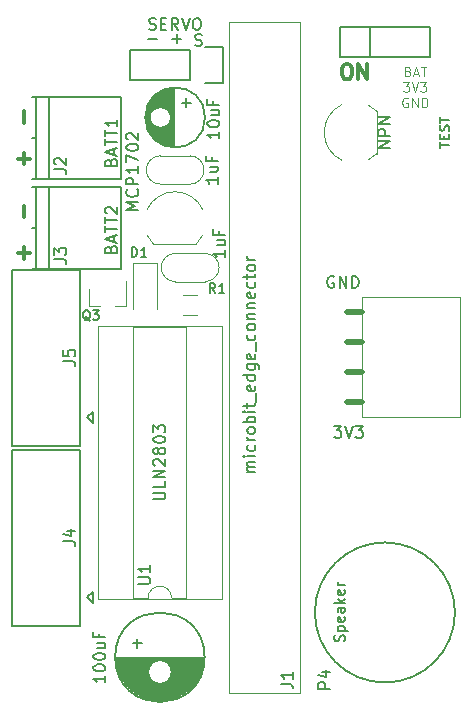
<source format=gto>
G04 #@! TF.FileFunction,Legend,Top*
%FSLAX46Y46*%
G04 Gerber Fmt 4.6, Leading zero omitted, Abs format (unit mm)*
G04 Created by KiCad (PCBNEW 4.0.7) date 09/15/19 19:40:42*
%MOMM*%
%LPD*%
G01*
G04 APERTURE LIST*
%ADD10C,0.100000*%
%ADD11C,0.200000*%
%ADD12C,0.150000*%
%ADD13C,0.300000*%
%ADD14C,0.500000*%
%ADD15C,0.120000*%
%ADD16C,0.127000*%
G04 APERTURE END LIST*
D10*
D11*
X149042381Y-116943095D02*
X148042381Y-116943095D01*
X148042381Y-116562142D01*
X148090000Y-116466904D01*
X148137619Y-116419285D01*
X148232857Y-116371666D01*
X148375714Y-116371666D01*
X148470952Y-116419285D01*
X148518571Y-116466904D01*
X148566190Y-116562142D01*
X148566190Y-116943095D01*
X148375714Y-115514523D02*
X149042381Y-115514523D01*
X147994762Y-115752619D02*
X148709048Y-115990714D01*
X148709048Y-115371666D01*
X149367857Y-94702381D02*
X149986905Y-94702381D01*
X149653571Y-95083333D01*
X149796429Y-95083333D01*
X149891667Y-95130952D01*
X149939286Y-95178571D01*
X149986905Y-95273810D01*
X149986905Y-95511905D01*
X149939286Y-95607143D01*
X149891667Y-95654762D01*
X149796429Y-95702381D01*
X149510714Y-95702381D01*
X149415476Y-95654762D01*
X149367857Y-95607143D01*
X150272619Y-94702381D02*
X150605952Y-95702381D01*
X150939286Y-94702381D01*
X151177381Y-94702381D02*
X151796429Y-94702381D01*
X151463095Y-95083333D01*
X151605953Y-95083333D01*
X151701191Y-95130952D01*
X151748810Y-95178571D01*
X151796429Y-95273810D01*
X151796429Y-95511905D01*
X151748810Y-95607143D01*
X151701191Y-95654762D01*
X151605953Y-95702381D01*
X151320238Y-95702381D01*
X151225000Y-95654762D01*
X151177381Y-95607143D01*
X149351905Y-82050000D02*
X149256667Y-82002381D01*
X149113810Y-82002381D01*
X148970952Y-82050000D01*
X148875714Y-82145238D01*
X148828095Y-82240476D01*
X148780476Y-82430952D01*
X148780476Y-82573810D01*
X148828095Y-82764286D01*
X148875714Y-82859524D01*
X148970952Y-82954762D01*
X149113810Y-83002381D01*
X149209048Y-83002381D01*
X149351905Y-82954762D01*
X149399524Y-82907143D01*
X149399524Y-82573810D01*
X149209048Y-82573810D01*
X149828095Y-83002381D02*
X149828095Y-82002381D01*
X150399524Y-83002381D01*
X150399524Y-82002381D01*
X150875714Y-83002381D02*
X150875714Y-82002381D01*
X151113809Y-82002381D01*
X151256667Y-82050000D01*
X151351905Y-82145238D01*
X151399524Y-82240476D01*
X151447143Y-82430952D01*
X151447143Y-82573810D01*
X151399524Y-82764286D01*
X151351905Y-82859524D01*
X151256667Y-82954762D01*
X151113809Y-83002381D01*
X150875714Y-83002381D01*
D10*
X155619524Y-64682857D02*
X155733810Y-64720952D01*
X155771905Y-64759048D01*
X155810000Y-64835238D01*
X155810000Y-64949524D01*
X155771905Y-65025714D01*
X155733810Y-65063810D01*
X155657619Y-65101905D01*
X155352857Y-65101905D01*
X155352857Y-64301905D01*
X155619524Y-64301905D01*
X155695714Y-64340000D01*
X155733810Y-64378095D01*
X155771905Y-64454286D01*
X155771905Y-64530476D01*
X155733810Y-64606667D01*
X155695714Y-64644762D01*
X155619524Y-64682857D01*
X155352857Y-64682857D01*
X156114762Y-64873333D02*
X156495714Y-64873333D01*
X156038571Y-65101905D02*
X156305238Y-64301905D01*
X156571905Y-65101905D01*
X156724285Y-64301905D02*
X157181428Y-64301905D01*
X156952857Y-65101905D02*
X156952857Y-64301905D01*
X155219524Y-65601905D02*
X155714762Y-65601905D01*
X155448095Y-65906667D01*
X155562381Y-65906667D01*
X155638571Y-65944762D01*
X155676667Y-65982857D01*
X155714762Y-66059048D01*
X155714762Y-66249524D01*
X155676667Y-66325714D01*
X155638571Y-66363810D01*
X155562381Y-66401905D01*
X155333809Y-66401905D01*
X155257619Y-66363810D01*
X155219524Y-66325714D01*
X155943333Y-65601905D02*
X156210000Y-66401905D01*
X156476667Y-65601905D01*
X156667143Y-65601905D02*
X157162381Y-65601905D01*
X156895714Y-65906667D01*
X157010000Y-65906667D01*
X157086190Y-65944762D01*
X157124286Y-65982857D01*
X157162381Y-66059048D01*
X157162381Y-66249524D01*
X157124286Y-66325714D01*
X157086190Y-66363810D01*
X157010000Y-66401905D01*
X156781428Y-66401905D01*
X156705238Y-66363810D01*
X156667143Y-66325714D01*
X155600477Y-66940000D02*
X155524286Y-66901905D01*
X155410001Y-66901905D01*
X155295715Y-66940000D01*
X155219524Y-67016190D01*
X155181429Y-67092381D01*
X155143334Y-67244762D01*
X155143334Y-67359048D01*
X155181429Y-67511429D01*
X155219524Y-67587619D01*
X155295715Y-67663810D01*
X155410001Y-67701905D01*
X155486191Y-67701905D01*
X155600477Y-67663810D01*
X155638572Y-67625714D01*
X155638572Y-67359048D01*
X155486191Y-67359048D01*
X155981429Y-67701905D02*
X155981429Y-66901905D01*
X156438572Y-67701905D01*
X156438572Y-66901905D01*
X156819524Y-67701905D02*
X156819524Y-66901905D01*
X157010000Y-66901905D01*
X157124286Y-66940000D01*
X157200477Y-67016190D01*
X157238572Y-67092381D01*
X157276667Y-67244762D01*
X157276667Y-67359048D01*
X157238572Y-67511429D01*
X157200477Y-67587619D01*
X157124286Y-67663810D01*
X157010000Y-67701905D01*
X156819524Y-67701905D01*
D12*
X132334048Y-113101429D02*
X133095953Y-113101429D01*
X132715001Y-113482381D02*
X132715001Y-112720476D01*
D11*
X138175714Y-61571238D02*
X138032857Y-61523619D01*
X137794761Y-61523619D01*
X137699523Y-61571238D01*
X137651904Y-61618857D01*
X137604285Y-61714095D01*
X137604285Y-61809333D01*
X137651904Y-61904571D01*
X137699523Y-61952190D01*
X137794761Y-61999810D01*
X137985238Y-62047429D01*
X138080476Y-62095048D01*
X138128095Y-62142667D01*
X138175714Y-62237905D01*
X138175714Y-62333143D01*
X138128095Y-62428381D01*
X138080476Y-62476000D01*
X137985238Y-62523619D01*
X137747142Y-62523619D01*
X137604285Y-62476000D01*
X136413809Y-61904571D02*
X135651904Y-61904571D01*
X136032856Y-61523619D02*
X136032856Y-62285524D01*
X134413809Y-61904571D02*
X133651904Y-61904571D01*
D13*
X123099286Y-68065953D02*
X123099286Y-69033572D01*
X123099286Y-71573572D02*
X123099286Y-72541191D01*
X122615476Y-72057381D02*
X123583095Y-72057381D01*
X123099286Y-76048810D02*
X123099286Y-77016429D01*
X123099286Y-79556429D02*
X123099286Y-80524048D01*
X122615476Y-80040238D02*
X123583095Y-80040238D01*
X150343810Y-64074524D02*
X150585714Y-64074524D01*
X150706667Y-64135000D01*
X150827619Y-64255952D01*
X150888095Y-64497857D01*
X150888095Y-64921190D01*
X150827619Y-65163095D01*
X150706667Y-65284048D01*
X150585714Y-65344524D01*
X150343810Y-65344524D01*
X150222857Y-65284048D01*
X150101905Y-65163095D01*
X150041429Y-64921190D01*
X150041429Y-64497857D01*
X150101905Y-64255952D01*
X150222857Y-64135000D01*
X150343810Y-64074524D01*
X151432381Y-65344524D02*
X151432381Y-64074524D01*
X152158095Y-65344524D01*
X152158095Y-64074524D01*
D14*
X151765000Y-92710000D02*
X150495000Y-92710000D01*
X151765000Y-90170000D02*
X150495000Y-90170000D01*
X151765000Y-87630000D02*
X150495000Y-87630000D01*
X150495000Y-85090000D02*
X151765000Y-85090000D01*
D10*
X151765000Y-83820000D02*
X160020000Y-83820000D01*
X160020000Y-83820000D02*
X160020000Y-93980000D01*
X160020000Y-93980000D02*
X151765000Y-93980000D01*
X151765000Y-93980000D02*
X151765000Y-83820000D01*
D12*
X159599690Y-110490000D02*
G75*
G03X159599690Y-110490000I-5929690J0D01*
G01*
X149860000Y-63500000D02*
X149860000Y-60960000D01*
X149860000Y-60960000D02*
X157480000Y-60960000D01*
X157480000Y-60960000D02*
X157480000Y-63500000D01*
X157480000Y-63500000D02*
X149860000Y-63500000D01*
X152400000Y-60960000D02*
X152400000Y-63500000D01*
D10*
X138430000Y-82480000D02*
X135930000Y-82480000D01*
X138430000Y-80080000D02*
X135930000Y-80080000D01*
X139630000Y-81280000D02*
G75*
G03X138430000Y-80080000I-1200000J0D01*
G01*
X138430000Y-82480000D02*
G75*
G03X139630000Y-81280000I0J1200000D01*
G01*
X135930000Y-80080000D02*
G75*
G03X134730000Y-81280000I0J-1200000D01*
G01*
X134730000Y-81280000D02*
G75*
G03X135930000Y-82480000I1200000J0D01*
G01*
X137160000Y-74225000D02*
X134660000Y-74225000D01*
X137160000Y-71825000D02*
X134660000Y-71825000D01*
X138360000Y-73025000D02*
G75*
G03X137160000Y-71825000I-1200000J0D01*
G01*
X137160000Y-74225000D02*
G75*
G03X138360000Y-73025000I0J1200000D01*
G01*
X134660000Y-71825000D02*
G75*
G03X133460000Y-73025000I0J-1200000D01*
G01*
X133460000Y-73025000D02*
G75*
G03X134660000Y-74225000I1200000J0D01*
G01*
D12*
X135835000Y-71079000D02*
X135835000Y-66081000D01*
X135695000Y-71071000D02*
X135695000Y-66089000D01*
X135555000Y-71055000D02*
X135555000Y-68675000D01*
X135555000Y-68485000D02*
X135555000Y-66105000D01*
X135415000Y-71031000D02*
X135415000Y-69070000D01*
X135415000Y-68090000D02*
X135415000Y-66129000D01*
X135275000Y-70998000D02*
X135275000Y-69237000D01*
X135275000Y-67923000D02*
X135275000Y-66162000D01*
X135135000Y-70957000D02*
X135135000Y-69344000D01*
X135135000Y-67816000D02*
X135135000Y-66203000D01*
X134995000Y-70907000D02*
X134995000Y-69415000D01*
X134995000Y-67745000D02*
X134995000Y-66253000D01*
X134855000Y-70846000D02*
X134855000Y-69459000D01*
X134855000Y-67701000D02*
X134855000Y-66314000D01*
X134715000Y-70776000D02*
X134715000Y-69478000D01*
X134715000Y-67682000D02*
X134715000Y-66384000D01*
X134575000Y-70694000D02*
X134575000Y-69476000D01*
X134575000Y-67684000D02*
X134575000Y-66466000D01*
X134435000Y-70599000D02*
X134435000Y-69451000D01*
X134435000Y-67709000D02*
X134435000Y-66561000D01*
X134295000Y-70488000D02*
X134295000Y-69403000D01*
X134295000Y-67757000D02*
X134295000Y-66672000D01*
X134155000Y-70360000D02*
X134155000Y-69325000D01*
X134155000Y-67835000D02*
X134155000Y-66800000D01*
X134015000Y-70211000D02*
X134015000Y-69208000D01*
X134015000Y-67952000D02*
X134015000Y-66949000D01*
X133875000Y-70032000D02*
X133875000Y-69020000D01*
X133875000Y-68140000D02*
X133875000Y-67128000D01*
X133735000Y-69813000D02*
X133735000Y-67347000D01*
X133595000Y-69524000D02*
X133595000Y-67636000D01*
X133455000Y-69052000D02*
X133455000Y-68108000D01*
X135560000Y-68580000D02*
G75*
G03X135560000Y-68580000I-900000J0D01*
G01*
X138447500Y-68580000D02*
G75*
G03X138447500Y-68580000I-2537500J0D01*
G01*
X138369000Y-114355000D02*
X130871000Y-114355000D01*
X138364000Y-114495000D02*
X130876000Y-114495000D01*
X138353000Y-114635000D02*
X135066000Y-114635000D01*
X134174000Y-114635000D02*
X130887000Y-114635000D01*
X138337000Y-114775000D02*
X135276000Y-114775000D01*
X133964000Y-114775000D02*
X130903000Y-114775000D01*
X138316000Y-114915000D02*
X135409000Y-114915000D01*
X133831000Y-114915000D02*
X130924000Y-114915000D01*
X138289000Y-115055000D02*
X135500000Y-115055000D01*
X133740000Y-115055000D02*
X130951000Y-115055000D01*
X138257000Y-115195000D02*
X135562000Y-115195000D01*
X133678000Y-115195000D02*
X130983000Y-115195000D01*
X138219000Y-115335000D02*
X135601000Y-115335000D01*
X133639000Y-115335000D02*
X131021000Y-115335000D01*
X138175000Y-115475000D02*
X135618000Y-115475000D01*
X133622000Y-115475000D02*
X131065000Y-115475000D01*
X138124000Y-115615000D02*
X135616000Y-115615000D01*
X133624000Y-115615000D02*
X131116000Y-115615000D01*
X138068000Y-115755000D02*
X135594000Y-115755000D01*
X133646000Y-115755000D02*
X131172000Y-115755000D01*
X138004000Y-115895000D02*
X135551000Y-115895000D01*
X133689000Y-115895000D02*
X131236000Y-115895000D01*
X137934000Y-116035000D02*
X135483000Y-116035000D01*
X133757000Y-116035000D02*
X131306000Y-116035000D01*
X137856000Y-116175000D02*
X135384000Y-116175000D01*
X133856000Y-116175000D02*
X131384000Y-116175000D01*
X137770000Y-116315000D02*
X135239000Y-116315000D01*
X134001000Y-116315000D02*
X131470000Y-116315000D01*
X137675000Y-116455000D02*
X135000000Y-116455000D01*
X134240000Y-116455000D02*
X131565000Y-116455000D01*
X137570000Y-116595000D02*
X131670000Y-116595000D01*
X137455000Y-116735000D02*
X131785000Y-116735000D01*
X137327000Y-116875000D02*
X131913000Y-116875000D01*
X137186000Y-117015000D02*
X132054000Y-117015000D01*
X137028000Y-117155000D02*
X132212000Y-117155000D01*
X136850000Y-117295000D02*
X132390000Y-117295000D01*
X136647000Y-117435000D02*
X132593000Y-117435000D01*
X136410000Y-117575000D02*
X132830000Y-117575000D01*
X136124000Y-117715000D02*
X133116000Y-117715000D01*
X135752000Y-117855000D02*
X133488000Y-117855000D01*
X135131000Y-117995000D02*
X134109000Y-117995000D01*
X135620000Y-115530000D02*
G75*
G03X135620000Y-115530000I-1000000J0D01*
G01*
X138407500Y-114280000D02*
G75*
G03X138407500Y-114280000I-3787500J0D01*
G01*
D15*
X134090000Y-79320000D02*
X137690000Y-79320000D01*
X133565816Y-78592795D02*
G75*
G03X134090000Y-79320000I2324184J1122795D01*
G01*
X133533600Y-76371193D02*
G75*
G02X135890000Y-74870000I2356400J-1098807D01*
G01*
X138246400Y-76371193D02*
G75*
G03X135890000Y-74870000I-2356400J-1098807D01*
G01*
X138214184Y-78592795D02*
G75*
G02X137690000Y-79320000I-2324184J1122795D01*
G01*
X152980000Y-71650000D02*
X152980000Y-68050000D01*
X152252795Y-72174184D02*
G75*
G03X152980000Y-71650000I-1122795J2324184D01*
G01*
X150031193Y-72206400D02*
G75*
G02X148530000Y-69850000I1098807J2356400D01*
G01*
X150031193Y-67493600D02*
G75*
G03X148530000Y-69850000I1098807J-2356400D01*
G01*
X152252795Y-67525816D02*
G75*
G02X152980000Y-68050000I-1122795J-2324184D01*
G01*
D12*
X122110000Y-96430000D02*
X122110000Y-81530000D01*
X127860000Y-96430000D02*
X127860000Y-81530000D01*
X122110000Y-96430000D02*
X127860000Y-96430000D01*
X122110000Y-81530000D02*
X127860000Y-81530000D01*
X128960000Y-94480000D02*
X128960000Y-93480000D01*
X128460000Y-93980000D02*
X128960000Y-93480000D01*
X128460000Y-93980000D02*
X128960000Y-94480000D01*
X137160000Y-62865000D02*
X132080000Y-62865000D01*
X132080000Y-62865000D02*
X132080000Y-65405000D01*
X132080000Y-65405000D02*
X137160000Y-65405000D01*
X139980000Y-65685000D02*
X138430000Y-65685000D01*
X137160000Y-65405000D02*
X137160000Y-62865000D01*
X138430000Y-62585000D02*
X139980000Y-62585000D01*
X139980000Y-62585000D02*
X139980000Y-65685000D01*
X124170000Y-70330000D02*
X123770000Y-70330000D01*
X125270000Y-66830000D02*
X125270000Y-73830000D01*
X124170000Y-66830000D02*
X124170000Y-73830000D01*
X131370000Y-66830000D02*
X123770000Y-66830000D01*
X123770000Y-73830000D02*
X131370000Y-73830000D01*
X131370000Y-73830000D02*
X131370000Y-66830000D01*
X124170000Y-77950000D02*
X123770000Y-77950000D01*
X125270000Y-74450000D02*
X125270000Y-81450000D01*
X124170000Y-74450000D02*
X124170000Y-81450000D01*
X131370000Y-74450000D02*
X123770000Y-74450000D01*
X123770000Y-81450000D02*
X131370000Y-81450000D01*
X131370000Y-81450000D02*
X131370000Y-74450000D01*
D15*
X146510000Y-60500000D02*
X140510000Y-60500000D01*
X146510000Y-117300000D02*
X140510000Y-117300000D01*
X146510000Y-117300000D02*
X146510000Y-60500000D01*
X140510000Y-117300000D02*
X140510000Y-60500000D01*
X133620000Y-109280000D02*
G75*
G02X135620000Y-109280000I1000000J0D01*
G01*
X135620000Y-109280000D02*
X136870000Y-109280000D01*
X136870000Y-109280000D02*
X136870000Y-86300000D01*
X136870000Y-86300000D02*
X132370000Y-86300000D01*
X132370000Y-86300000D02*
X132370000Y-109280000D01*
X132370000Y-109280000D02*
X133620000Y-109280000D01*
X139870000Y-109340000D02*
X139870000Y-86240000D01*
X139870000Y-86240000D02*
X129370000Y-86240000D01*
X129370000Y-86240000D02*
X129370000Y-109340000D01*
X129370000Y-109340000D02*
X139870000Y-109340000D01*
D12*
X122110000Y-111670000D02*
X122110000Y-96770000D01*
X127860000Y-111670000D02*
X127860000Y-96770000D01*
X122110000Y-111670000D02*
X127860000Y-111670000D01*
X122110000Y-96770000D02*
X127860000Y-96770000D01*
X128960000Y-109720000D02*
X128960000Y-108720000D01*
X128460000Y-109220000D02*
X128960000Y-108720000D01*
X128460000Y-109220000D02*
X128960000Y-109720000D01*
D15*
X128595000Y-84580000D02*
X129525000Y-84580000D01*
X131755000Y-84580000D02*
X130825000Y-84580000D01*
X131755000Y-84580000D02*
X131755000Y-82420000D01*
X128595000Y-84580000D02*
X128595000Y-83120000D01*
X137760000Y-85335000D02*
X136560000Y-85335000D01*
X136560000Y-83575000D02*
X137760000Y-83575000D01*
X134350000Y-80935000D02*
X132350000Y-80935000D01*
X132350000Y-80935000D02*
X132350000Y-84835000D01*
X134350000Y-80935000D02*
X134350000Y-84835000D01*
D16*
X150219833Y-112945333D02*
X150262167Y-112818333D01*
X150262167Y-112606666D01*
X150219833Y-112521999D01*
X150177500Y-112479666D01*
X150092833Y-112437333D01*
X150008167Y-112437333D01*
X149923500Y-112479666D01*
X149881167Y-112521999D01*
X149838833Y-112606666D01*
X149796500Y-112775999D01*
X149754167Y-112860666D01*
X149711833Y-112902999D01*
X149627167Y-112945333D01*
X149542500Y-112945333D01*
X149457833Y-112902999D01*
X149415500Y-112860666D01*
X149373167Y-112775999D01*
X149373167Y-112564333D01*
X149415500Y-112437333D01*
X149669500Y-112056332D02*
X150558500Y-112056332D01*
X149711833Y-112056332D02*
X149669500Y-111971666D01*
X149669500Y-111802332D01*
X149711833Y-111717666D01*
X149754167Y-111675332D01*
X149838833Y-111632999D01*
X150092833Y-111632999D01*
X150177500Y-111675332D01*
X150219833Y-111717666D01*
X150262167Y-111802332D01*
X150262167Y-111971666D01*
X150219833Y-112056332D01*
X150219833Y-110913333D02*
X150262167Y-110997999D01*
X150262167Y-111167333D01*
X150219833Y-111251999D01*
X150135167Y-111294333D01*
X149796500Y-111294333D01*
X149711833Y-111251999D01*
X149669500Y-111167333D01*
X149669500Y-110997999D01*
X149711833Y-110913333D01*
X149796500Y-110870999D01*
X149881167Y-110870999D01*
X149965833Y-111294333D01*
X150262167Y-110108999D02*
X149796500Y-110108999D01*
X149711833Y-110151333D01*
X149669500Y-110235999D01*
X149669500Y-110405333D01*
X149711833Y-110489999D01*
X150219833Y-110108999D02*
X150262167Y-110193666D01*
X150262167Y-110405333D01*
X150219833Y-110489999D01*
X150135167Y-110532333D01*
X150050500Y-110532333D01*
X149965833Y-110489999D01*
X149923500Y-110405333D01*
X149923500Y-110193666D01*
X149881167Y-110108999D01*
X150262167Y-109685666D02*
X149373167Y-109685666D01*
X149923500Y-109601000D02*
X150262167Y-109347000D01*
X149669500Y-109347000D02*
X150008167Y-109685666D01*
X150219833Y-108627333D02*
X150262167Y-108711999D01*
X150262167Y-108881333D01*
X150219833Y-108965999D01*
X150135167Y-109008333D01*
X149796500Y-109008333D01*
X149711833Y-108965999D01*
X149669500Y-108881333D01*
X149669500Y-108711999D01*
X149711833Y-108627333D01*
X149796500Y-108584999D01*
X149881167Y-108584999D01*
X149965833Y-109008333D01*
X150262167Y-108203999D02*
X149669500Y-108203999D01*
X149838833Y-108203999D02*
X149754167Y-108161666D01*
X149711833Y-108119333D01*
X149669500Y-108034666D01*
X149669500Y-107949999D01*
D12*
X140152381Y-79843238D02*
X140152381Y-80414667D01*
X140152381Y-80128953D02*
X139152381Y-80128953D01*
X139295238Y-80224191D01*
X139390476Y-80319429D01*
X139438095Y-80414667D01*
X139485714Y-78986095D02*
X140152381Y-78986095D01*
X139485714Y-79414667D02*
X140009524Y-79414667D01*
X140104762Y-79367048D01*
X140152381Y-79271810D01*
X140152381Y-79128952D01*
X140104762Y-79033714D01*
X140057143Y-78986095D01*
X139628571Y-78176571D02*
X139628571Y-78509905D01*
X140152381Y-78509905D02*
X139152381Y-78509905D01*
X139152381Y-78033714D01*
X139517381Y-73620238D02*
X139517381Y-74191667D01*
X139517381Y-73905953D02*
X138517381Y-73905953D01*
X138660238Y-74001191D01*
X138755476Y-74096429D01*
X138803095Y-74191667D01*
X138850714Y-72763095D02*
X139517381Y-72763095D01*
X138850714Y-73191667D02*
X139374524Y-73191667D01*
X139469762Y-73144048D01*
X139517381Y-73048810D01*
X139517381Y-72905952D01*
X139469762Y-72810714D01*
X139422143Y-72763095D01*
X138993571Y-71953571D02*
X138993571Y-72286905D01*
X139517381Y-72286905D02*
X138517381Y-72286905D01*
X138517381Y-71810714D01*
X139644381Y-69778428D02*
X139644381Y-70349857D01*
X139644381Y-70064143D02*
X138644381Y-70064143D01*
X138787238Y-70159381D01*
X138882476Y-70254619D01*
X138930095Y-70349857D01*
X138644381Y-69159381D02*
X138644381Y-69064142D01*
X138692000Y-68968904D01*
X138739619Y-68921285D01*
X138834857Y-68873666D01*
X139025333Y-68826047D01*
X139263429Y-68826047D01*
X139453905Y-68873666D01*
X139549143Y-68921285D01*
X139596762Y-68968904D01*
X139644381Y-69064142D01*
X139644381Y-69159381D01*
X139596762Y-69254619D01*
X139549143Y-69302238D01*
X139453905Y-69349857D01*
X139263429Y-69397476D01*
X139025333Y-69397476D01*
X138834857Y-69349857D01*
X138739619Y-69302238D01*
X138692000Y-69254619D01*
X138644381Y-69159381D01*
X138977714Y-67968904D02*
X139644381Y-67968904D01*
X138977714Y-68397476D02*
X139501524Y-68397476D01*
X139596762Y-68349857D01*
X139644381Y-68254619D01*
X139644381Y-68111761D01*
X139596762Y-68016523D01*
X139549143Y-67968904D01*
X139120571Y-67159380D02*
X139120571Y-67492714D01*
X139644381Y-67492714D02*
X138644381Y-67492714D01*
X138644381Y-67016523D01*
X136479048Y-67351429D02*
X137240953Y-67351429D01*
X136860001Y-67732381D02*
X136860001Y-66970476D01*
X129992381Y-115847619D02*
X129992381Y-116419048D01*
X129992381Y-116133334D02*
X128992381Y-116133334D01*
X129135238Y-116228572D01*
X129230476Y-116323810D01*
X129278095Y-116419048D01*
X128992381Y-115228572D02*
X128992381Y-115133333D01*
X129040000Y-115038095D01*
X129087619Y-114990476D01*
X129182857Y-114942857D01*
X129373333Y-114895238D01*
X129611429Y-114895238D01*
X129801905Y-114942857D01*
X129897143Y-114990476D01*
X129944762Y-115038095D01*
X129992381Y-115133333D01*
X129992381Y-115228572D01*
X129944762Y-115323810D01*
X129897143Y-115371429D01*
X129801905Y-115419048D01*
X129611429Y-115466667D01*
X129373333Y-115466667D01*
X129182857Y-115419048D01*
X129087619Y-115371429D01*
X129040000Y-115323810D01*
X128992381Y-115228572D01*
X128992381Y-114276191D02*
X128992381Y-114180952D01*
X129040000Y-114085714D01*
X129087619Y-114038095D01*
X129182857Y-113990476D01*
X129373333Y-113942857D01*
X129611429Y-113942857D01*
X129801905Y-113990476D01*
X129897143Y-114038095D01*
X129944762Y-114085714D01*
X129992381Y-114180952D01*
X129992381Y-114276191D01*
X129944762Y-114371429D01*
X129897143Y-114419048D01*
X129801905Y-114466667D01*
X129611429Y-114514286D01*
X129373333Y-114514286D01*
X129182857Y-114466667D01*
X129087619Y-114419048D01*
X129040000Y-114371429D01*
X128992381Y-114276191D01*
X129325714Y-113085714D02*
X129992381Y-113085714D01*
X129325714Y-113514286D02*
X129849524Y-113514286D01*
X129944762Y-113466667D01*
X129992381Y-113371429D01*
X129992381Y-113228571D01*
X129944762Y-113133333D01*
X129897143Y-113085714D01*
X129468571Y-112276190D02*
X129468571Y-112609524D01*
X129992381Y-112609524D02*
X128992381Y-112609524D01*
X128992381Y-112133333D01*
X132786381Y-76390095D02*
X131786381Y-76390095D01*
X132500667Y-76056761D01*
X131786381Y-75723428D01*
X132786381Y-75723428D01*
X132691143Y-74675809D02*
X132738762Y-74723428D01*
X132786381Y-74866285D01*
X132786381Y-74961523D01*
X132738762Y-75104381D01*
X132643524Y-75199619D01*
X132548286Y-75247238D01*
X132357810Y-75294857D01*
X132214952Y-75294857D01*
X132024476Y-75247238D01*
X131929238Y-75199619D01*
X131834000Y-75104381D01*
X131786381Y-74961523D01*
X131786381Y-74866285D01*
X131834000Y-74723428D01*
X131881619Y-74675809D01*
X132786381Y-74247238D02*
X131786381Y-74247238D01*
X131786381Y-73866285D01*
X131834000Y-73771047D01*
X131881619Y-73723428D01*
X131976857Y-73675809D01*
X132119714Y-73675809D01*
X132214952Y-73723428D01*
X132262571Y-73771047D01*
X132310190Y-73866285D01*
X132310190Y-74247238D01*
X132786381Y-72723428D02*
X132786381Y-73294857D01*
X132786381Y-73009143D02*
X131786381Y-73009143D01*
X131929238Y-73104381D01*
X132024476Y-73199619D01*
X132072095Y-73294857D01*
X131786381Y-72390095D02*
X131786381Y-71723428D01*
X132786381Y-72152000D01*
X131786381Y-71152000D02*
X131786381Y-71056761D01*
X131834000Y-70961523D01*
X131881619Y-70913904D01*
X131976857Y-70866285D01*
X132167333Y-70818666D01*
X132405429Y-70818666D01*
X132595905Y-70866285D01*
X132691143Y-70913904D01*
X132738762Y-70961523D01*
X132786381Y-71056761D01*
X132786381Y-71152000D01*
X132738762Y-71247238D01*
X132691143Y-71294857D01*
X132595905Y-71342476D01*
X132405429Y-71390095D01*
X132167333Y-71390095D01*
X131976857Y-71342476D01*
X131881619Y-71294857D01*
X131834000Y-71247238D01*
X131786381Y-71152000D01*
X131881619Y-70437714D02*
X131834000Y-70390095D01*
X131786381Y-70294857D01*
X131786381Y-70056761D01*
X131834000Y-69961523D01*
X131881619Y-69913904D01*
X131976857Y-69866285D01*
X132072095Y-69866285D01*
X132214952Y-69913904D01*
X132786381Y-70485333D01*
X132786381Y-69866285D01*
X154122381Y-71159524D02*
X153122381Y-71159524D01*
X154122381Y-70588095D01*
X153122381Y-70588095D01*
X154122381Y-70111905D02*
X153122381Y-70111905D01*
X153122381Y-69730952D01*
X153170000Y-69635714D01*
X153217619Y-69588095D01*
X153312857Y-69540476D01*
X153455714Y-69540476D01*
X153550952Y-69588095D01*
X153598571Y-69635714D01*
X153646190Y-69730952D01*
X153646190Y-70111905D01*
X154122381Y-69111905D02*
X153122381Y-69111905D01*
X154122381Y-68540476D01*
X153122381Y-68540476D01*
X158311905Y-71126191D02*
X158311905Y-70669048D01*
X159111905Y-70897619D02*
X158311905Y-70897619D01*
X158692857Y-70402381D02*
X158692857Y-70135714D01*
X159111905Y-70021428D02*
X159111905Y-70402381D01*
X158311905Y-70402381D01*
X158311905Y-70021428D01*
X159073810Y-69716666D02*
X159111905Y-69602380D01*
X159111905Y-69411904D01*
X159073810Y-69335714D01*
X159035714Y-69297618D01*
X158959524Y-69259523D01*
X158883333Y-69259523D01*
X158807143Y-69297618D01*
X158769048Y-69335714D01*
X158730952Y-69411904D01*
X158692857Y-69564285D01*
X158654762Y-69640476D01*
X158616667Y-69678571D01*
X158540476Y-69716666D01*
X158464286Y-69716666D01*
X158388095Y-69678571D01*
X158350000Y-69640476D01*
X158311905Y-69564285D01*
X158311905Y-69373809D01*
X158350000Y-69259523D01*
X158311905Y-69030952D02*
X158311905Y-68573809D01*
X159111905Y-68802380D02*
X158311905Y-68802380D01*
X126452381Y-89233333D02*
X127166667Y-89233333D01*
X127309524Y-89280953D01*
X127404762Y-89376191D01*
X127452381Y-89519048D01*
X127452381Y-89614286D01*
X126452381Y-88280952D02*
X126452381Y-88757143D01*
X126928571Y-88804762D01*
X126880952Y-88757143D01*
X126833333Y-88661905D01*
X126833333Y-88423809D01*
X126880952Y-88328571D01*
X126928571Y-88280952D01*
X127023810Y-88233333D01*
X127261905Y-88233333D01*
X127357143Y-88280952D01*
X127404762Y-88328571D01*
X127452381Y-88423809D01*
X127452381Y-88661905D01*
X127404762Y-88757143D01*
X127357143Y-88804762D01*
X133699524Y-61110762D02*
X133842381Y-61158381D01*
X134080477Y-61158381D01*
X134175715Y-61110762D01*
X134223334Y-61063143D01*
X134270953Y-60967905D01*
X134270953Y-60872667D01*
X134223334Y-60777429D01*
X134175715Y-60729810D01*
X134080477Y-60682190D01*
X133890000Y-60634571D01*
X133794762Y-60586952D01*
X133747143Y-60539333D01*
X133699524Y-60444095D01*
X133699524Y-60348857D01*
X133747143Y-60253619D01*
X133794762Y-60206000D01*
X133890000Y-60158381D01*
X134128096Y-60158381D01*
X134270953Y-60206000D01*
X134699524Y-60634571D02*
X135032858Y-60634571D01*
X135175715Y-61158381D02*
X134699524Y-61158381D01*
X134699524Y-60158381D01*
X135175715Y-60158381D01*
X136175715Y-61158381D02*
X135842381Y-60682190D01*
X135604286Y-61158381D02*
X135604286Y-60158381D01*
X135985239Y-60158381D01*
X136080477Y-60206000D01*
X136128096Y-60253619D01*
X136175715Y-60348857D01*
X136175715Y-60491714D01*
X136128096Y-60586952D01*
X136080477Y-60634571D01*
X135985239Y-60682190D01*
X135604286Y-60682190D01*
X136461429Y-60158381D02*
X136794762Y-61158381D01*
X137128096Y-60158381D01*
X137651905Y-60158381D02*
X137842382Y-60158381D01*
X137937620Y-60206000D01*
X138032858Y-60301238D01*
X138080477Y-60491714D01*
X138080477Y-60825048D01*
X138032858Y-61015524D01*
X137937620Y-61110762D01*
X137842382Y-61158381D01*
X137651905Y-61158381D01*
X137556667Y-61110762D01*
X137461429Y-61015524D01*
X137413810Y-60825048D01*
X137413810Y-60491714D01*
X137461429Y-60301238D01*
X137556667Y-60206000D01*
X137651905Y-60158381D01*
X125690381Y-72977333D02*
X126404667Y-72977333D01*
X126547524Y-73024953D01*
X126642762Y-73120191D01*
X126690381Y-73263048D01*
X126690381Y-73358286D01*
X125785619Y-72548762D02*
X125738000Y-72501143D01*
X125690381Y-72405905D01*
X125690381Y-72167809D01*
X125738000Y-72072571D01*
X125785619Y-72024952D01*
X125880857Y-71977333D01*
X125976095Y-71977333D01*
X126118952Y-72024952D01*
X126690381Y-72596381D01*
X126690381Y-71977333D01*
X130484571Y-72334238D02*
X130532190Y-72191381D01*
X130579810Y-72143762D01*
X130675048Y-72096143D01*
X130817905Y-72096143D01*
X130913143Y-72143762D01*
X130960762Y-72191381D01*
X131008381Y-72286619D01*
X131008381Y-72667572D01*
X130008381Y-72667572D01*
X130008381Y-72334238D01*
X130056000Y-72239000D01*
X130103619Y-72191381D01*
X130198857Y-72143762D01*
X130294095Y-72143762D01*
X130389333Y-72191381D01*
X130436952Y-72239000D01*
X130484571Y-72334238D01*
X130484571Y-72667572D01*
X130722667Y-71715191D02*
X130722667Y-71239000D01*
X131008381Y-71810429D02*
X130008381Y-71477096D01*
X131008381Y-71143762D01*
X130008381Y-70953286D02*
X130008381Y-70381857D01*
X131008381Y-70667572D02*
X130008381Y-70667572D01*
X130008381Y-70191381D02*
X130008381Y-69619952D01*
X131008381Y-69905667D02*
X130008381Y-69905667D01*
X131008381Y-68762809D02*
X131008381Y-69334238D01*
X131008381Y-69048524D02*
X130008381Y-69048524D01*
X130151238Y-69143762D01*
X130246476Y-69239000D01*
X130294095Y-69334238D01*
X125690381Y-80597333D02*
X126404667Y-80597333D01*
X126547524Y-80644953D01*
X126642762Y-80740191D01*
X126690381Y-80883048D01*
X126690381Y-80978286D01*
X125690381Y-80216381D02*
X125690381Y-79597333D01*
X126071333Y-79930667D01*
X126071333Y-79787809D01*
X126118952Y-79692571D01*
X126166571Y-79644952D01*
X126261810Y-79597333D01*
X126499905Y-79597333D01*
X126595143Y-79644952D01*
X126642762Y-79692571D01*
X126690381Y-79787809D01*
X126690381Y-80073524D01*
X126642762Y-80168762D01*
X126595143Y-80216381D01*
X130484571Y-79700238D02*
X130532190Y-79557381D01*
X130579810Y-79509762D01*
X130675048Y-79462143D01*
X130817905Y-79462143D01*
X130913143Y-79509762D01*
X130960762Y-79557381D01*
X131008381Y-79652619D01*
X131008381Y-80033572D01*
X130008381Y-80033572D01*
X130008381Y-79700238D01*
X130056000Y-79605000D01*
X130103619Y-79557381D01*
X130198857Y-79509762D01*
X130294095Y-79509762D01*
X130389333Y-79557381D01*
X130436952Y-79605000D01*
X130484571Y-79700238D01*
X130484571Y-80033572D01*
X130722667Y-79081191D02*
X130722667Y-78605000D01*
X131008381Y-79176429D02*
X130008381Y-78843096D01*
X131008381Y-78509762D01*
X130008381Y-78319286D02*
X130008381Y-77747857D01*
X131008381Y-78033572D02*
X130008381Y-78033572D01*
X130008381Y-77557381D02*
X130008381Y-76985952D01*
X131008381Y-77271667D02*
X130008381Y-77271667D01*
X130103619Y-76700238D02*
X130056000Y-76652619D01*
X130008381Y-76557381D01*
X130008381Y-76319285D01*
X130056000Y-76224047D01*
X130103619Y-76176428D01*
X130198857Y-76128809D01*
X130294095Y-76128809D01*
X130436952Y-76176428D01*
X131008381Y-76747857D01*
X131008381Y-76128809D01*
X144867381Y-116538333D02*
X145581667Y-116538333D01*
X145724524Y-116585953D01*
X145819762Y-116681191D01*
X145867381Y-116824048D01*
X145867381Y-116919286D01*
X145867381Y-115538333D02*
X145867381Y-116109762D01*
X145867381Y-115824048D02*
X144867381Y-115824048D01*
X145010238Y-115919286D01*
X145105476Y-116014524D01*
X145153095Y-116109762D01*
X142692381Y-98582620D02*
X142025714Y-98582620D01*
X142120952Y-98582620D02*
X142073333Y-98535001D01*
X142025714Y-98439763D01*
X142025714Y-98296905D01*
X142073333Y-98201667D01*
X142168571Y-98154048D01*
X142692381Y-98154048D01*
X142168571Y-98154048D02*
X142073333Y-98106429D01*
X142025714Y-98011191D01*
X142025714Y-97868334D01*
X142073333Y-97773096D01*
X142168571Y-97725477D01*
X142692381Y-97725477D01*
X142692381Y-97249287D02*
X142025714Y-97249287D01*
X141692381Y-97249287D02*
X141740000Y-97296906D01*
X141787619Y-97249287D01*
X141740000Y-97201668D01*
X141692381Y-97249287D01*
X141787619Y-97249287D01*
X142644762Y-96344525D02*
X142692381Y-96439763D01*
X142692381Y-96630240D01*
X142644762Y-96725478D01*
X142597143Y-96773097D01*
X142501905Y-96820716D01*
X142216190Y-96820716D01*
X142120952Y-96773097D01*
X142073333Y-96725478D01*
X142025714Y-96630240D01*
X142025714Y-96439763D01*
X142073333Y-96344525D01*
X142692381Y-95915954D02*
X142025714Y-95915954D01*
X142216190Y-95915954D02*
X142120952Y-95868335D01*
X142073333Y-95820716D01*
X142025714Y-95725478D01*
X142025714Y-95630239D01*
X142692381Y-95154049D02*
X142644762Y-95249287D01*
X142597143Y-95296906D01*
X142501905Y-95344525D01*
X142216190Y-95344525D01*
X142120952Y-95296906D01*
X142073333Y-95249287D01*
X142025714Y-95154049D01*
X142025714Y-95011191D01*
X142073333Y-94915953D01*
X142120952Y-94868334D01*
X142216190Y-94820715D01*
X142501905Y-94820715D01*
X142597143Y-94868334D01*
X142644762Y-94915953D01*
X142692381Y-95011191D01*
X142692381Y-95154049D01*
X142692381Y-94392144D02*
X141692381Y-94392144D01*
X142073333Y-94392144D02*
X142025714Y-94296906D01*
X142025714Y-94106429D01*
X142073333Y-94011191D01*
X142120952Y-93963572D01*
X142216190Y-93915953D01*
X142501905Y-93915953D01*
X142597143Y-93963572D01*
X142644762Y-94011191D01*
X142692381Y-94106429D01*
X142692381Y-94296906D01*
X142644762Y-94392144D01*
X142692381Y-93487382D02*
X142025714Y-93487382D01*
X141692381Y-93487382D02*
X141740000Y-93535001D01*
X141787619Y-93487382D01*
X141740000Y-93439763D01*
X141692381Y-93487382D01*
X141787619Y-93487382D01*
X142025714Y-93154049D02*
X142025714Y-92773097D01*
X141692381Y-93011192D02*
X142549524Y-93011192D01*
X142644762Y-92963573D01*
X142692381Y-92868335D01*
X142692381Y-92773097D01*
X142787619Y-92677858D02*
X142787619Y-91915953D01*
X142644762Y-91296905D02*
X142692381Y-91392143D01*
X142692381Y-91582620D01*
X142644762Y-91677858D01*
X142549524Y-91725477D01*
X142168571Y-91725477D01*
X142073333Y-91677858D01*
X142025714Y-91582620D01*
X142025714Y-91392143D01*
X142073333Y-91296905D01*
X142168571Y-91249286D01*
X142263810Y-91249286D01*
X142359048Y-91725477D01*
X142692381Y-90392143D02*
X141692381Y-90392143D01*
X142644762Y-90392143D02*
X142692381Y-90487381D01*
X142692381Y-90677858D01*
X142644762Y-90773096D01*
X142597143Y-90820715D01*
X142501905Y-90868334D01*
X142216190Y-90868334D01*
X142120952Y-90820715D01*
X142073333Y-90773096D01*
X142025714Y-90677858D01*
X142025714Y-90487381D01*
X142073333Y-90392143D01*
X142025714Y-89487381D02*
X142835238Y-89487381D01*
X142930476Y-89535000D01*
X142978095Y-89582619D01*
X143025714Y-89677858D01*
X143025714Y-89820715D01*
X142978095Y-89915953D01*
X142644762Y-89487381D02*
X142692381Y-89582619D01*
X142692381Y-89773096D01*
X142644762Y-89868334D01*
X142597143Y-89915953D01*
X142501905Y-89963572D01*
X142216190Y-89963572D01*
X142120952Y-89915953D01*
X142073333Y-89868334D01*
X142025714Y-89773096D01*
X142025714Y-89582619D01*
X142073333Y-89487381D01*
X142644762Y-88630238D02*
X142692381Y-88725476D01*
X142692381Y-88915953D01*
X142644762Y-89011191D01*
X142549524Y-89058810D01*
X142168571Y-89058810D01*
X142073333Y-89011191D01*
X142025714Y-88915953D01*
X142025714Y-88725476D01*
X142073333Y-88630238D01*
X142168571Y-88582619D01*
X142263810Y-88582619D01*
X142359048Y-89058810D01*
X142787619Y-88392143D02*
X142787619Y-87630238D01*
X142644762Y-86963571D02*
X142692381Y-87058809D01*
X142692381Y-87249286D01*
X142644762Y-87344524D01*
X142597143Y-87392143D01*
X142501905Y-87439762D01*
X142216190Y-87439762D01*
X142120952Y-87392143D01*
X142073333Y-87344524D01*
X142025714Y-87249286D01*
X142025714Y-87058809D01*
X142073333Y-86963571D01*
X142692381Y-86392143D02*
X142644762Y-86487381D01*
X142597143Y-86535000D01*
X142501905Y-86582619D01*
X142216190Y-86582619D01*
X142120952Y-86535000D01*
X142073333Y-86487381D01*
X142025714Y-86392143D01*
X142025714Y-86249285D01*
X142073333Y-86154047D01*
X142120952Y-86106428D01*
X142216190Y-86058809D01*
X142501905Y-86058809D01*
X142597143Y-86106428D01*
X142644762Y-86154047D01*
X142692381Y-86249285D01*
X142692381Y-86392143D01*
X142025714Y-85630238D02*
X142692381Y-85630238D01*
X142120952Y-85630238D02*
X142073333Y-85582619D01*
X142025714Y-85487381D01*
X142025714Y-85344523D01*
X142073333Y-85249285D01*
X142168571Y-85201666D01*
X142692381Y-85201666D01*
X142025714Y-84725476D02*
X142692381Y-84725476D01*
X142120952Y-84725476D02*
X142073333Y-84677857D01*
X142025714Y-84582619D01*
X142025714Y-84439761D01*
X142073333Y-84344523D01*
X142168571Y-84296904D01*
X142692381Y-84296904D01*
X142644762Y-83439761D02*
X142692381Y-83534999D01*
X142692381Y-83725476D01*
X142644762Y-83820714D01*
X142549524Y-83868333D01*
X142168571Y-83868333D01*
X142073333Y-83820714D01*
X142025714Y-83725476D01*
X142025714Y-83534999D01*
X142073333Y-83439761D01*
X142168571Y-83392142D01*
X142263810Y-83392142D01*
X142359048Y-83868333D01*
X142644762Y-82534999D02*
X142692381Y-82630237D01*
X142692381Y-82820714D01*
X142644762Y-82915952D01*
X142597143Y-82963571D01*
X142501905Y-83011190D01*
X142216190Y-83011190D01*
X142120952Y-82963571D01*
X142073333Y-82915952D01*
X142025714Y-82820714D01*
X142025714Y-82630237D01*
X142073333Y-82534999D01*
X142025714Y-82249285D02*
X142025714Y-81868333D01*
X141692381Y-82106428D02*
X142549524Y-82106428D01*
X142644762Y-82058809D01*
X142692381Y-81963571D01*
X142692381Y-81868333D01*
X142692381Y-81392142D02*
X142644762Y-81487380D01*
X142597143Y-81534999D01*
X142501905Y-81582618D01*
X142216190Y-81582618D01*
X142120952Y-81534999D01*
X142073333Y-81487380D01*
X142025714Y-81392142D01*
X142025714Y-81249284D01*
X142073333Y-81154046D01*
X142120952Y-81106427D01*
X142216190Y-81058808D01*
X142501905Y-81058808D01*
X142597143Y-81106427D01*
X142644762Y-81154046D01*
X142692381Y-81249284D01*
X142692381Y-81392142D01*
X142692381Y-80630237D02*
X142025714Y-80630237D01*
X142216190Y-80630237D02*
X142120952Y-80582618D01*
X142073333Y-80534999D01*
X142025714Y-80439761D01*
X142025714Y-80344522D01*
X132802381Y-108076905D02*
X133611905Y-108076905D01*
X133707143Y-108029286D01*
X133754762Y-107981667D01*
X133802381Y-107886429D01*
X133802381Y-107695952D01*
X133754762Y-107600714D01*
X133707143Y-107553095D01*
X133611905Y-107505476D01*
X132802381Y-107505476D01*
X133802381Y-106505476D02*
X133802381Y-107076905D01*
X133802381Y-106791191D02*
X132802381Y-106791191D01*
X132945238Y-106886429D01*
X133040476Y-106981667D01*
X133088095Y-107076905D01*
X134072381Y-100909048D02*
X134881905Y-100909048D01*
X134977143Y-100861429D01*
X135024762Y-100813810D01*
X135072381Y-100718572D01*
X135072381Y-100528095D01*
X135024762Y-100432857D01*
X134977143Y-100385238D01*
X134881905Y-100337619D01*
X134072381Y-100337619D01*
X135072381Y-99385238D02*
X135072381Y-99861429D01*
X134072381Y-99861429D01*
X135072381Y-99051905D02*
X134072381Y-99051905D01*
X135072381Y-98480476D01*
X134072381Y-98480476D01*
X134167619Y-98051905D02*
X134120000Y-98004286D01*
X134072381Y-97909048D01*
X134072381Y-97670952D01*
X134120000Y-97575714D01*
X134167619Y-97528095D01*
X134262857Y-97480476D01*
X134358095Y-97480476D01*
X134500952Y-97528095D01*
X135072381Y-98099524D01*
X135072381Y-97480476D01*
X134500952Y-96909048D02*
X134453333Y-97004286D01*
X134405714Y-97051905D01*
X134310476Y-97099524D01*
X134262857Y-97099524D01*
X134167619Y-97051905D01*
X134120000Y-97004286D01*
X134072381Y-96909048D01*
X134072381Y-96718571D01*
X134120000Y-96623333D01*
X134167619Y-96575714D01*
X134262857Y-96528095D01*
X134310476Y-96528095D01*
X134405714Y-96575714D01*
X134453333Y-96623333D01*
X134500952Y-96718571D01*
X134500952Y-96909048D01*
X134548571Y-97004286D01*
X134596190Y-97051905D01*
X134691429Y-97099524D01*
X134881905Y-97099524D01*
X134977143Y-97051905D01*
X135024762Y-97004286D01*
X135072381Y-96909048D01*
X135072381Y-96718571D01*
X135024762Y-96623333D01*
X134977143Y-96575714D01*
X134881905Y-96528095D01*
X134691429Y-96528095D01*
X134596190Y-96575714D01*
X134548571Y-96623333D01*
X134500952Y-96718571D01*
X134072381Y-95909048D02*
X134072381Y-95813809D01*
X134120000Y-95718571D01*
X134167619Y-95670952D01*
X134262857Y-95623333D01*
X134453333Y-95575714D01*
X134691429Y-95575714D01*
X134881905Y-95623333D01*
X134977143Y-95670952D01*
X135024762Y-95718571D01*
X135072381Y-95813809D01*
X135072381Y-95909048D01*
X135024762Y-96004286D01*
X134977143Y-96051905D01*
X134881905Y-96099524D01*
X134691429Y-96147143D01*
X134453333Y-96147143D01*
X134262857Y-96099524D01*
X134167619Y-96051905D01*
X134120000Y-96004286D01*
X134072381Y-95909048D01*
X134072381Y-95242381D02*
X134072381Y-94623333D01*
X134453333Y-94956667D01*
X134453333Y-94813809D01*
X134500952Y-94718571D01*
X134548571Y-94670952D01*
X134643810Y-94623333D01*
X134881905Y-94623333D01*
X134977143Y-94670952D01*
X135024762Y-94718571D01*
X135072381Y-94813809D01*
X135072381Y-95099524D01*
X135024762Y-95194762D01*
X134977143Y-95242381D01*
X126452381Y-104473333D02*
X127166667Y-104473333D01*
X127309524Y-104520953D01*
X127404762Y-104616191D01*
X127452381Y-104759048D01*
X127452381Y-104854286D01*
X126785714Y-103568571D02*
X127452381Y-103568571D01*
X126404762Y-103806667D02*
X127119048Y-104044762D01*
X127119048Y-103425714D01*
X128701810Y-85782095D02*
X128625619Y-85744000D01*
X128549429Y-85667810D01*
X128435143Y-85553524D01*
X128358952Y-85515429D01*
X128282762Y-85515429D01*
X128320857Y-85705905D02*
X128244667Y-85667810D01*
X128168476Y-85591619D01*
X128130381Y-85439238D01*
X128130381Y-85172571D01*
X128168476Y-85020190D01*
X128244667Y-84944000D01*
X128320857Y-84905905D01*
X128473238Y-84905905D01*
X128549429Y-84944000D01*
X128625619Y-85020190D01*
X128663714Y-85172571D01*
X128663714Y-85439238D01*
X128625619Y-85591619D01*
X128549429Y-85667810D01*
X128473238Y-85705905D01*
X128320857Y-85705905D01*
X128930381Y-84905905D02*
X129425619Y-84905905D01*
X129158952Y-85210667D01*
X129273238Y-85210667D01*
X129349428Y-85248762D01*
X129387524Y-85286857D01*
X129425619Y-85363048D01*
X129425619Y-85553524D01*
X129387524Y-85629714D01*
X129349428Y-85667810D01*
X129273238Y-85705905D01*
X129044666Y-85705905D01*
X128968476Y-85667810D01*
X128930381Y-85629714D01*
X139312667Y-83419905D02*
X139046000Y-83038952D01*
X138855524Y-83419905D02*
X138855524Y-82619905D01*
X139160286Y-82619905D01*
X139236477Y-82658000D01*
X139274572Y-82696095D01*
X139312667Y-82772286D01*
X139312667Y-82886571D01*
X139274572Y-82962762D01*
X139236477Y-83000857D01*
X139160286Y-83038952D01*
X138855524Y-83038952D01*
X140074572Y-83419905D02*
X139617429Y-83419905D01*
X139846000Y-83419905D02*
X139846000Y-82619905D01*
X139769810Y-82734190D01*
X139693619Y-82810381D01*
X139617429Y-82848476D01*
X132251524Y-80371905D02*
X132251524Y-79571905D01*
X132442000Y-79571905D01*
X132556286Y-79610000D01*
X132632477Y-79686190D01*
X132670572Y-79762381D01*
X132708667Y-79914762D01*
X132708667Y-80029048D01*
X132670572Y-80181429D01*
X132632477Y-80257619D01*
X132556286Y-80333810D01*
X132442000Y-80371905D01*
X132251524Y-80371905D01*
X133470572Y-80371905D02*
X133013429Y-80371905D01*
X133242000Y-80371905D02*
X133242000Y-79571905D01*
X133165810Y-79686190D01*
X133089619Y-79762381D01*
X133013429Y-79800476D01*
M02*

</source>
